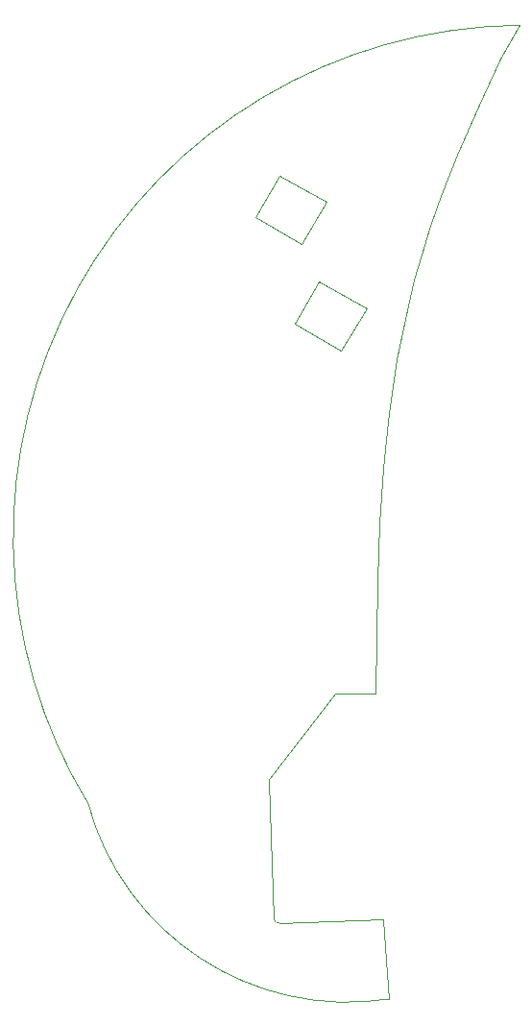
<source format=gbr>
G04 #@! TF.GenerationSoftware,KiCad,Pcbnew,(5.0.0)*
G04 #@! TF.CreationDate,2019-11-18T10:43:10+01:00*
G04 #@! TF.ProjectId,Insole_PCB,496E736F6C655F5043422E6B69636164,rev?*
G04 #@! TF.SameCoordinates,Original*
G04 #@! TF.FileFunction,Other,User*
%FSLAX46Y46*%
G04 Gerber Fmt 4.6, Leading zero omitted, Abs format (unit mm)*
G04 Created by KiCad (PCBNEW (5.0.0)) date 11/18/19 10:43:10*
%MOMM*%
%LPD*%
G01*
G04 APERTURE LIST*
%ADD10C,0.100000*%
G04 APERTURE END LIST*
D10*
X188269453Y-148190707D02*
X192319453Y-150520707D01*
X190399453Y-144480707D02*
X188269453Y-148190707D01*
X194579453Y-146830707D02*
X190399453Y-144480707D01*
X192319453Y-150520707D02*
X194579453Y-146830707D01*
X191749453Y-157570707D02*
X195799453Y-159900707D01*
X193879453Y-153860707D02*
X191749453Y-157570707D01*
X198059453Y-156210707D02*
X193879453Y-153860707D01*
X195799453Y-159900707D02*
X198059453Y-156210707D01*
X193879453Y-153860707D02*
X191749453Y-157570707D01*
X198059453Y-156210707D02*
X193879453Y-153860707D01*
X195799453Y-159900707D02*
X198059453Y-156210707D01*
X191749453Y-157570707D02*
X195799453Y-159900707D01*
X211548356Y-131247841D02*
G75*
G03X173529453Y-199850707I481097J-45102866D01*
G01*
X173529453Y-199850707D02*
G75*
G03X200024786Y-217077384I22873048J6190891D01*
G01*
X189919454Y-210020707D02*
G75*
G03X190365647Y-210382053I401061J39080D01*
G01*
X189563786Y-197634496D02*
G75*
G03X189489453Y-197820707I227154J-198619D01*
G01*
X199094293Y-177682495D02*
X199012093Y-180172475D01*
X201699713Y-155980449D02*
X201192703Y-158302824D01*
X202274723Y-153687558D02*
X201699713Y-155980449D01*
X203620893Y-149190612D02*
X202916583Y-151424697D01*
X200367023Y-163027228D02*
X200039943Y-165424945D01*
X199764453Y-167843467D02*
X199536333Y-170280639D01*
X200749873Y-160652469D02*
X200367023Y-163027228D01*
X201192703Y-158302824D02*
X200749873Y-160652469D01*
X199205453Y-175202306D02*
X199094293Y-177682495D01*
X190379453Y-210380707D02*
X199526773Y-210013976D01*
X206063993Y-142648040D02*
X205199053Y-144803581D01*
X204383203Y-146984006D02*
X203620893Y-149190612D01*
X199526773Y-210013976D02*
X199848743Y-214832282D01*
X199351403Y-172734302D02*
X199205453Y-175202306D01*
X199536333Y-170280639D02*
X199351403Y-172734302D01*
X198916493Y-185171997D02*
X198904393Y-190183746D01*
X211549453Y-131250707D02*
X209892793Y-134230096D01*
X207921333Y-138405579D02*
X206973573Y-140516086D01*
X209892793Y-134230096D02*
X207921333Y-138405579D01*
X202916583Y-151424697D02*
X202274723Y-153687558D01*
X200039943Y-165424945D02*
X199764453Y-167843467D01*
X205199053Y-144803581D02*
X204383203Y-146984006D01*
X206973573Y-140516086D02*
X206063993Y-142648040D01*
X199848743Y-214832282D02*
X200029453Y-217080707D01*
X189489453Y-197830707D02*
X189919453Y-210020707D01*
X195339453Y-190170707D02*
X189559453Y-197640707D01*
X198904393Y-190183746D02*
X195339453Y-190170707D01*
X199012093Y-180172475D02*
X198916493Y-185171997D01*
M02*

</source>
